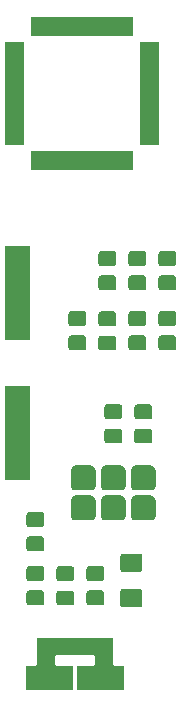
<source format=gbr>
G04 #@! TF.GenerationSoftware,KiCad,Pcbnew,5.0.2-bee76a0~70~ubuntu18.04.1*
G04 #@! TF.CreationDate,2019-10-25T22:44:05+08:00*
G04 #@! TF.ProjectId,TuneShroom,54756e65-5368-4726-9f6f-6d2e6b696361,rev?*
G04 #@! TF.SameCoordinates,Original*
G04 #@! TF.FileFunction,Soldermask,Bot*
G04 #@! TF.FilePolarity,Negative*
%FSLAX46Y46*%
G04 Gerber Fmt 4.6, Leading zero omitted, Abs format (unit mm)*
G04 Created by KiCad (PCBNEW 5.0.2-bee76a0~70~ubuntu18.04.1) date Fri 25 Oct 2019 22:44:05 HKT*
%MOMM*%
%LPD*%
G01*
G04 APERTURE LIST*
%ADD10C,0.100000*%
G04 APERTURE END LIST*
D10*
G36*
X107198500Y-137714000D02*
X107200902Y-137738386D01*
X107208015Y-137761835D01*
X107219566Y-137783446D01*
X107235112Y-137802388D01*
X107254054Y-137817934D01*
X107275665Y-137829485D01*
X107299114Y-137836598D01*
X107323500Y-137839000D01*
X108096000Y-137839000D01*
X108096000Y-139841000D01*
X104149000Y-139841000D01*
X104149000Y-137839000D01*
X105496500Y-137839000D01*
X105520886Y-137836598D01*
X105544335Y-137829485D01*
X105565946Y-137817934D01*
X105584888Y-137802388D01*
X105600434Y-137783446D01*
X105611985Y-137761835D01*
X105619098Y-137738386D01*
X105621500Y-137714000D01*
X105621500Y-137046000D01*
X105619098Y-137021614D01*
X105611985Y-136998165D01*
X105600434Y-136976554D01*
X105584888Y-136957612D01*
X105565946Y-136942066D01*
X105544335Y-136930515D01*
X105520886Y-136923402D01*
X105496500Y-136921000D01*
X102398500Y-136921000D01*
X102374114Y-136923402D01*
X102350665Y-136930515D01*
X102329054Y-136942066D01*
X102310112Y-136957612D01*
X102294566Y-136976554D01*
X102283015Y-136998165D01*
X102275902Y-137021614D01*
X102273500Y-137046000D01*
X102273500Y-137714000D01*
X102275902Y-137738386D01*
X102283015Y-137761835D01*
X102294566Y-137783446D01*
X102310112Y-137802388D01*
X102329054Y-137817934D01*
X102350665Y-137829485D01*
X102374114Y-137836598D01*
X102398500Y-137839000D01*
X103746000Y-137839000D01*
X103746000Y-139841000D01*
X99799000Y-139841000D01*
X99799000Y-137839000D01*
X100571500Y-137839000D01*
X100595886Y-137836598D01*
X100619335Y-137829485D01*
X100640946Y-137817934D01*
X100659888Y-137802388D01*
X100675434Y-137783446D01*
X100686985Y-137761835D01*
X100694098Y-137738386D01*
X100696500Y-137714000D01*
X100696500Y-135439000D01*
X107198500Y-135439000D01*
X107198500Y-137714000D01*
X107198500Y-137714000D01*
G37*
G36*
X109487562Y-131320681D02*
X109522477Y-131331273D01*
X109554665Y-131348478D01*
X109582873Y-131371627D01*
X109606022Y-131399835D01*
X109623227Y-131432023D01*
X109633819Y-131466938D01*
X109638000Y-131509395D01*
X109638000Y-132650605D01*
X109633819Y-132693062D01*
X109623227Y-132727977D01*
X109606022Y-132760165D01*
X109582873Y-132788373D01*
X109554665Y-132811522D01*
X109522477Y-132828727D01*
X109487562Y-132839319D01*
X109445105Y-132843500D01*
X107978895Y-132843500D01*
X107936438Y-132839319D01*
X107901523Y-132828727D01*
X107869335Y-132811522D01*
X107841127Y-132788373D01*
X107817978Y-132760165D01*
X107800773Y-132727977D01*
X107790181Y-132693062D01*
X107786000Y-132650605D01*
X107786000Y-131509395D01*
X107790181Y-131466938D01*
X107800773Y-131432023D01*
X107817978Y-131399835D01*
X107841127Y-131371627D01*
X107869335Y-131348478D01*
X107901523Y-131331273D01*
X107936438Y-131320681D01*
X107978895Y-131316500D01*
X109445105Y-131316500D01*
X109487562Y-131320681D01*
X109487562Y-131320681D01*
G37*
G36*
X103712677Y-131467465D02*
X103750364Y-131478898D01*
X103785103Y-131497466D01*
X103815548Y-131522452D01*
X103840534Y-131552897D01*
X103859102Y-131587636D01*
X103870535Y-131625323D01*
X103875000Y-131670661D01*
X103875000Y-132507339D01*
X103870535Y-132552677D01*
X103859102Y-132590364D01*
X103840534Y-132625103D01*
X103815548Y-132655548D01*
X103785103Y-132680534D01*
X103750364Y-132699102D01*
X103712677Y-132710535D01*
X103667339Y-132715000D01*
X102580661Y-132715000D01*
X102535323Y-132710535D01*
X102497636Y-132699102D01*
X102462897Y-132680534D01*
X102432452Y-132655548D01*
X102407466Y-132625103D01*
X102388898Y-132590364D01*
X102377465Y-132552677D01*
X102373000Y-132507339D01*
X102373000Y-131670661D01*
X102377465Y-131625323D01*
X102388898Y-131587636D01*
X102407466Y-131552897D01*
X102432452Y-131522452D01*
X102462897Y-131497466D01*
X102497636Y-131478898D01*
X102535323Y-131467465D01*
X102580661Y-131463000D01*
X103667339Y-131463000D01*
X103712677Y-131467465D01*
X103712677Y-131467465D01*
G37*
G36*
X106252677Y-131458465D02*
X106290364Y-131469898D01*
X106325103Y-131488466D01*
X106355548Y-131513452D01*
X106380534Y-131543897D01*
X106399102Y-131578636D01*
X106410535Y-131616323D01*
X106415000Y-131661661D01*
X106415000Y-132498339D01*
X106410535Y-132543677D01*
X106399102Y-132581364D01*
X106380534Y-132616103D01*
X106355548Y-132646548D01*
X106325103Y-132671534D01*
X106290364Y-132690102D01*
X106252677Y-132701535D01*
X106207339Y-132706000D01*
X105120661Y-132706000D01*
X105075323Y-132701535D01*
X105037636Y-132690102D01*
X105002897Y-132671534D01*
X104972452Y-132646548D01*
X104947466Y-132616103D01*
X104928898Y-132581364D01*
X104917465Y-132543677D01*
X104913000Y-132498339D01*
X104913000Y-131661661D01*
X104917465Y-131616323D01*
X104928898Y-131578636D01*
X104947466Y-131543897D01*
X104972452Y-131513452D01*
X105002897Y-131488466D01*
X105037636Y-131469898D01*
X105075323Y-131458465D01*
X105120661Y-131454000D01*
X106207339Y-131454000D01*
X106252677Y-131458465D01*
X106252677Y-131458465D01*
G37*
G36*
X101172677Y-131458465D02*
X101210364Y-131469898D01*
X101245103Y-131488466D01*
X101275548Y-131513452D01*
X101300534Y-131543897D01*
X101319102Y-131578636D01*
X101330535Y-131616323D01*
X101335000Y-131661661D01*
X101335000Y-132498339D01*
X101330535Y-132543677D01*
X101319102Y-132581364D01*
X101300534Y-132616103D01*
X101275548Y-132646548D01*
X101245103Y-132671534D01*
X101210364Y-132690102D01*
X101172677Y-132701535D01*
X101127339Y-132706000D01*
X100040661Y-132706000D01*
X99995323Y-132701535D01*
X99957636Y-132690102D01*
X99922897Y-132671534D01*
X99892452Y-132646548D01*
X99867466Y-132616103D01*
X99848898Y-132581364D01*
X99837465Y-132543677D01*
X99833000Y-132498339D01*
X99833000Y-131661661D01*
X99837465Y-131616323D01*
X99848898Y-131578636D01*
X99867466Y-131543897D01*
X99892452Y-131513452D01*
X99922897Y-131488466D01*
X99957636Y-131469898D01*
X99995323Y-131458465D01*
X100040661Y-131454000D01*
X101127339Y-131454000D01*
X101172677Y-131458465D01*
X101172677Y-131458465D01*
G37*
G36*
X103712677Y-129417465D02*
X103750364Y-129428898D01*
X103785103Y-129447466D01*
X103815548Y-129472452D01*
X103840534Y-129502897D01*
X103859102Y-129537636D01*
X103870535Y-129575323D01*
X103875000Y-129620661D01*
X103875000Y-130457339D01*
X103870535Y-130502677D01*
X103859102Y-130540364D01*
X103840534Y-130575103D01*
X103815548Y-130605548D01*
X103785103Y-130630534D01*
X103750364Y-130649102D01*
X103712677Y-130660535D01*
X103667339Y-130665000D01*
X102580661Y-130665000D01*
X102535323Y-130660535D01*
X102497636Y-130649102D01*
X102462897Y-130630534D01*
X102432452Y-130605548D01*
X102407466Y-130575103D01*
X102388898Y-130540364D01*
X102377465Y-130502677D01*
X102373000Y-130457339D01*
X102373000Y-129620661D01*
X102377465Y-129575323D01*
X102388898Y-129537636D01*
X102407466Y-129502897D01*
X102432452Y-129472452D01*
X102462897Y-129447466D01*
X102497636Y-129428898D01*
X102535323Y-129417465D01*
X102580661Y-129413000D01*
X103667339Y-129413000D01*
X103712677Y-129417465D01*
X103712677Y-129417465D01*
G37*
G36*
X106252677Y-129408465D02*
X106290364Y-129419898D01*
X106325103Y-129438466D01*
X106355548Y-129463452D01*
X106380534Y-129493897D01*
X106399102Y-129528636D01*
X106410535Y-129566323D01*
X106415000Y-129611661D01*
X106415000Y-130448339D01*
X106410535Y-130493677D01*
X106399102Y-130531364D01*
X106380534Y-130566103D01*
X106355548Y-130596548D01*
X106325103Y-130621534D01*
X106290364Y-130640102D01*
X106252677Y-130651535D01*
X106207339Y-130656000D01*
X105120661Y-130656000D01*
X105075323Y-130651535D01*
X105037636Y-130640102D01*
X105002897Y-130621534D01*
X104972452Y-130596548D01*
X104947466Y-130566103D01*
X104928898Y-130531364D01*
X104917465Y-130493677D01*
X104913000Y-130448339D01*
X104913000Y-129611661D01*
X104917465Y-129566323D01*
X104928898Y-129528636D01*
X104947466Y-129493897D01*
X104972452Y-129463452D01*
X105002897Y-129438466D01*
X105037636Y-129419898D01*
X105075323Y-129408465D01*
X105120661Y-129404000D01*
X106207339Y-129404000D01*
X106252677Y-129408465D01*
X106252677Y-129408465D01*
G37*
G36*
X101172677Y-129408465D02*
X101210364Y-129419898D01*
X101245103Y-129438466D01*
X101275548Y-129463452D01*
X101300534Y-129493897D01*
X101319102Y-129528636D01*
X101330535Y-129566323D01*
X101335000Y-129611661D01*
X101335000Y-130448339D01*
X101330535Y-130493677D01*
X101319102Y-130531364D01*
X101300534Y-130566103D01*
X101275548Y-130596548D01*
X101245103Y-130621534D01*
X101210364Y-130640102D01*
X101172677Y-130651535D01*
X101127339Y-130656000D01*
X100040661Y-130656000D01*
X99995323Y-130651535D01*
X99957636Y-130640102D01*
X99922897Y-130621534D01*
X99892452Y-130596548D01*
X99867466Y-130566103D01*
X99848898Y-130531364D01*
X99837465Y-130493677D01*
X99833000Y-130448339D01*
X99833000Y-129611661D01*
X99837465Y-129566323D01*
X99848898Y-129528636D01*
X99867466Y-129493897D01*
X99892452Y-129463452D01*
X99922897Y-129438466D01*
X99957636Y-129419898D01*
X99995323Y-129408465D01*
X100040661Y-129404000D01*
X101127339Y-129404000D01*
X101172677Y-129408465D01*
X101172677Y-129408465D01*
G37*
G36*
X109487562Y-128345681D02*
X109522477Y-128356273D01*
X109554665Y-128373478D01*
X109582873Y-128396627D01*
X109606022Y-128424835D01*
X109623227Y-128457023D01*
X109633819Y-128491938D01*
X109638000Y-128534395D01*
X109638000Y-129675605D01*
X109633819Y-129718062D01*
X109623227Y-129752977D01*
X109606022Y-129785165D01*
X109582873Y-129813373D01*
X109554665Y-129836522D01*
X109522477Y-129853727D01*
X109487562Y-129864319D01*
X109445105Y-129868500D01*
X107978895Y-129868500D01*
X107936438Y-129864319D01*
X107901523Y-129853727D01*
X107869335Y-129836522D01*
X107841127Y-129813373D01*
X107817978Y-129785165D01*
X107800773Y-129752977D01*
X107790181Y-129718062D01*
X107786000Y-129675605D01*
X107786000Y-128534395D01*
X107790181Y-128491938D01*
X107800773Y-128457023D01*
X107817978Y-128424835D01*
X107841127Y-128396627D01*
X107869335Y-128373478D01*
X107901523Y-128356273D01*
X107936438Y-128345681D01*
X107978895Y-128341500D01*
X109445105Y-128341500D01*
X109487562Y-128345681D01*
X109487562Y-128345681D01*
G37*
G36*
X101172677Y-126886465D02*
X101210364Y-126897898D01*
X101245103Y-126916466D01*
X101275548Y-126941452D01*
X101300534Y-126971897D01*
X101319102Y-127006636D01*
X101330535Y-127044323D01*
X101335000Y-127089661D01*
X101335000Y-127926339D01*
X101330535Y-127971677D01*
X101319102Y-128009364D01*
X101300534Y-128044103D01*
X101275548Y-128074548D01*
X101245103Y-128099534D01*
X101210364Y-128118102D01*
X101172677Y-128129535D01*
X101127339Y-128134000D01*
X100040661Y-128134000D01*
X99995323Y-128129535D01*
X99957636Y-128118102D01*
X99922897Y-128099534D01*
X99892452Y-128074548D01*
X99867466Y-128044103D01*
X99848898Y-128009364D01*
X99837465Y-127971677D01*
X99833000Y-127926339D01*
X99833000Y-127089661D01*
X99837465Y-127044323D01*
X99848898Y-127006636D01*
X99867466Y-126971897D01*
X99892452Y-126941452D01*
X99922897Y-126916466D01*
X99957636Y-126897898D01*
X99995323Y-126886465D01*
X100040661Y-126882000D01*
X101127339Y-126882000D01*
X101172677Y-126886465D01*
X101172677Y-126886465D01*
G37*
G36*
X101172677Y-124836465D02*
X101210364Y-124847898D01*
X101245103Y-124866466D01*
X101275548Y-124891452D01*
X101300534Y-124921897D01*
X101319102Y-124956636D01*
X101330535Y-124994323D01*
X101335000Y-125039661D01*
X101335000Y-125876339D01*
X101330535Y-125921677D01*
X101319102Y-125959364D01*
X101300534Y-125994103D01*
X101275548Y-126024548D01*
X101245103Y-126049534D01*
X101210364Y-126068102D01*
X101172677Y-126079535D01*
X101127339Y-126084000D01*
X100040661Y-126084000D01*
X99995323Y-126079535D01*
X99957636Y-126068102D01*
X99922897Y-126049534D01*
X99892452Y-126024548D01*
X99867466Y-125994103D01*
X99848898Y-125959364D01*
X99837465Y-125921677D01*
X99833000Y-125876339D01*
X99833000Y-125039661D01*
X99837465Y-124994323D01*
X99848898Y-124956636D01*
X99867466Y-124921897D01*
X99892452Y-124891452D01*
X99922897Y-124866466D01*
X99957636Y-124847898D01*
X99995323Y-124836465D01*
X100040661Y-124832000D01*
X101127339Y-124832000D01*
X101172677Y-124836465D01*
X101172677Y-124836465D01*
G37*
G36*
X105335771Y-123402643D02*
X105424012Y-123429411D01*
X105505334Y-123472878D01*
X105576620Y-123531380D01*
X105635122Y-123602666D01*
X105678589Y-123683988D01*
X105705357Y-123772229D01*
X105715000Y-123870140D01*
X105715000Y-125049860D01*
X105705357Y-125147771D01*
X105678589Y-125236012D01*
X105635122Y-125317334D01*
X105576620Y-125388620D01*
X105505334Y-125447122D01*
X105424012Y-125490589D01*
X105335771Y-125517357D01*
X105237860Y-125527000D01*
X104058140Y-125527000D01*
X103960229Y-125517357D01*
X103871988Y-125490589D01*
X103790666Y-125447122D01*
X103719380Y-125388620D01*
X103660878Y-125317334D01*
X103617411Y-125236012D01*
X103590643Y-125147771D01*
X103581000Y-125049860D01*
X103581000Y-123870140D01*
X103590643Y-123772229D01*
X103617411Y-123683988D01*
X103660878Y-123602666D01*
X103719380Y-123531380D01*
X103790666Y-123472878D01*
X103871988Y-123429411D01*
X103960229Y-123402643D01*
X104058140Y-123393000D01*
X105237860Y-123393000D01*
X105335771Y-123402643D01*
X105335771Y-123402643D01*
G37*
G36*
X110415771Y-123402643D02*
X110504012Y-123429411D01*
X110585334Y-123472878D01*
X110656620Y-123531380D01*
X110715122Y-123602666D01*
X110758589Y-123683988D01*
X110785357Y-123772229D01*
X110795000Y-123870140D01*
X110795000Y-125049860D01*
X110785357Y-125147771D01*
X110758589Y-125236012D01*
X110715122Y-125317334D01*
X110656620Y-125388620D01*
X110585334Y-125447122D01*
X110504012Y-125490589D01*
X110415771Y-125517357D01*
X110317860Y-125527000D01*
X109138140Y-125527000D01*
X109040229Y-125517357D01*
X108951988Y-125490589D01*
X108870666Y-125447122D01*
X108799380Y-125388620D01*
X108740878Y-125317334D01*
X108697411Y-125236012D01*
X108670643Y-125147771D01*
X108661000Y-125049860D01*
X108661000Y-123870140D01*
X108670643Y-123772229D01*
X108697411Y-123683988D01*
X108740878Y-123602666D01*
X108799380Y-123531380D01*
X108870666Y-123472878D01*
X108951988Y-123429411D01*
X109040229Y-123402643D01*
X109138140Y-123393000D01*
X110317860Y-123393000D01*
X110415771Y-123402643D01*
X110415771Y-123402643D01*
G37*
G36*
X107875771Y-123402643D02*
X107964012Y-123429411D01*
X108045334Y-123472878D01*
X108116620Y-123531380D01*
X108175122Y-123602666D01*
X108218589Y-123683988D01*
X108245357Y-123772229D01*
X108255000Y-123870140D01*
X108255000Y-125049860D01*
X108245357Y-125147771D01*
X108218589Y-125236012D01*
X108175122Y-125317334D01*
X108116620Y-125388620D01*
X108045334Y-125447122D01*
X107964012Y-125490589D01*
X107875771Y-125517357D01*
X107777860Y-125527000D01*
X106598140Y-125527000D01*
X106500229Y-125517357D01*
X106411988Y-125490589D01*
X106330666Y-125447122D01*
X106259380Y-125388620D01*
X106200878Y-125317334D01*
X106157411Y-125236012D01*
X106130643Y-125147771D01*
X106121000Y-125049860D01*
X106121000Y-123870140D01*
X106130643Y-123772229D01*
X106157411Y-123683988D01*
X106200878Y-123602666D01*
X106259380Y-123531380D01*
X106330666Y-123472878D01*
X106411988Y-123429411D01*
X106500229Y-123402643D01*
X106598140Y-123393000D01*
X107777860Y-123393000D01*
X107875771Y-123402643D01*
X107875771Y-123402643D01*
G37*
G36*
X110415771Y-120862643D02*
X110504012Y-120889411D01*
X110585334Y-120932878D01*
X110656620Y-120991380D01*
X110715122Y-121062666D01*
X110758589Y-121143988D01*
X110785357Y-121232229D01*
X110795000Y-121330140D01*
X110795000Y-122509860D01*
X110785357Y-122607771D01*
X110758589Y-122696012D01*
X110715122Y-122777334D01*
X110656620Y-122848620D01*
X110585334Y-122907122D01*
X110504012Y-122950589D01*
X110415771Y-122977357D01*
X110317860Y-122987000D01*
X109138140Y-122987000D01*
X109040229Y-122977357D01*
X108951988Y-122950589D01*
X108870666Y-122907122D01*
X108799380Y-122848620D01*
X108740878Y-122777334D01*
X108697411Y-122696012D01*
X108670643Y-122607771D01*
X108661000Y-122509860D01*
X108661000Y-121330140D01*
X108670643Y-121232229D01*
X108697411Y-121143988D01*
X108740878Y-121062666D01*
X108799380Y-120991380D01*
X108870666Y-120932878D01*
X108951988Y-120889411D01*
X109040229Y-120862643D01*
X109138140Y-120853000D01*
X110317860Y-120853000D01*
X110415771Y-120862643D01*
X110415771Y-120862643D01*
G37*
G36*
X107875771Y-120862643D02*
X107964012Y-120889411D01*
X108045334Y-120932878D01*
X108116620Y-120991380D01*
X108175122Y-121062666D01*
X108218589Y-121143988D01*
X108245357Y-121232229D01*
X108255000Y-121330140D01*
X108255000Y-122509860D01*
X108245357Y-122607771D01*
X108218589Y-122696012D01*
X108175122Y-122777334D01*
X108116620Y-122848620D01*
X108045334Y-122907122D01*
X107964012Y-122950589D01*
X107875771Y-122977357D01*
X107777860Y-122987000D01*
X106598140Y-122987000D01*
X106500229Y-122977357D01*
X106411988Y-122950589D01*
X106330666Y-122907122D01*
X106259380Y-122848620D01*
X106200878Y-122777334D01*
X106157411Y-122696012D01*
X106130643Y-122607771D01*
X106121000Y-122509860D01*
X106121000Y-121330140D01*
X106130643Y-121232229D01*
X106157411Y-121143988D01*
X106200878Y-121062666D01*
X106259380Y-120991380D01*
X106330666Y-120932878D01*
X106411988Y-120889411D01*
X106500229Y-120862643D01*
X106598140Y-120853000D01*
X107777860Y-120853000D01*
X107875771Y-120862643D01*
X107875771Y-120862643D01*
G37*
G36*
X105335771Y-120862643D02*
X105424012Y-120889411D01*
X105505334Y-120932878D01*
X105576620Y-120991380D01*
X105635122Y-121062666D01*
X105678589Y-121143988D01*
X105705357Y-121232229D01*
X105715000Y-121330140D01*
X105715000Y-122509860D01*
X105705357Y-122607771D01*
X105678589Y-122696012D01*
X105635122Y-122777334D01*
X105576620Y-122848620D01*
X105505334Y-122907122D01*
X105424012Y-122950589D01*
X105335771Y-122977357D01*
X105237860Y-122987000D01*
X104058140Y-122987000D01*
X103960229Y-122977357D01*
X103871988Y-122950589D01*
X103790666Y-122907122D01*
X103719380Y-122848620D01*
X103660878Y-122777334D01*
X103617411Y-122696012D01*
X103590643Y-122607771D01*
X103581000Y-122509860D01*
X103581000Y-121330140D01*
X103590643Y-121232229D01*
X103617411Y-121143988D01*
X103660878Y-121062666D01*
X103719380Y-120991380D01*
X103790666Y-120932878D01*
X103871988Y-120889411D01*
X103960229Y-120862643D01*
X104058140Y-120853000D01*
X105237860Y-120853000D01*
X105335771Y-120862643D01*
X105335771Y-120862643D01*
G37*
G36*
X100111000Y-122098500D02*
X98009000Y-122098500D01*
X98009000Y-114121500D01*
X100111000Y-114121500D01*
X100111000Y-122098500D01*
X100111000Y-122098500D01*
G37*
G36*
X110316677Y-117760465D02*
X110354364Y-117771898D01*
X110389103Y-117790466D01*
X110419548Y-117815452D01*
X110444534Y-117845897D01*
X110463102Y-117880636D01*
X110474535Y-117918323D01*
X110479000Y-117963661D01*
X110479000Y-118800339D01*
X110474535Y-118845677D01*
X110463102Y-118883364D01*
X110444534Y-118918103D01*
X110419548Y-118948548D01*
X110389103Y-118973534D01*
X110354364Y-118992102D01*
X110316677Y-119003535D01*
X110271339Y-119008000D01*
X109184661Y-119008000D01*
X109139323Y-119003535D01*
X109101636Y-118992102D01*
X109066897Y-118973534D01*
X109036452Y-118948548D01*
X109011466Y-118918103D01*
X108992898Y-118883364D01*
X108981465Y-118845677D01*
X108977000Y-118800339D01*
X108977000Y-117963661D01*
X108981465Y-117918323D01*
X108992898Y-117880636D01*
X109011466Y-117845897D01*
X109036452Y-117815452D01*
X109066897Y-117790466D01*
X109101636Y-117771898D01*
X109139323Y-117760465D01*
X109184661Y-117756000D01*
X110271339Y-117756000D01*
X110316677Y-117760465D01*
X110316677Y-117760465D01*
G37*
G36*
X107776677Y-117751465D02*
X107814364Y-117762898D01*
X107849103Y-117781466D01*
X107879548Y-117806452D01*
X107904534Y-117836897D01*
X107923102Y-117871636D01*
X107934535Y-117909323D01*
X107939000Y-117954661D01*
X107939000Y-118791339D01*
X107934535Y-118836677D01*
X107923102Y-118874364D01*
X107904534Y-118909103D01*
X107879548Y-118939548D01*
X107849103Y-118964534D01*
X107814364Y-118983102D01*
X107776677Y-118994535D01*
X107731339Y-118999000D01*
X106644661Y-118999000D01*
X106599323Y-118994535D01*
X106561636Y-118983102D01*
X106526897Y-118964534D01*
X106496452Y-118939548D01*
X106471466Y-118909103D01*
X106452898Y-118874364D01*
X106441465Y-118836677D01*
X106437000Y-118791339D01*
X106437000Y-117954661D01*
X106441465Y-117909323D01*
X106452898Y-117871636D01*
X106471466Y-117836897D01*
X106496452Y-117806452D01*
X106526897Y-117781466D01*
X106561636Y-117762898D01*
X106599323Y-117751465D01*
X106644661Y-117747000D01*
X107731339Y-117747000D01*
X107776677Y-117751465D01*
X107776677Y-117751465D01*
G37*
G36*
X110316677Y-115710465D02*
X110354364Y-115721898D01*
X110389103Y-115740466D01*
X110419548Y-115765452D01*
X110444534Y-115795897D01*
X110463102Y-115830636D01*
X110474535Y-115868323D01*
X110479000Y-115913661D01*
X110479000Y-116750339D01*
X110474535Y-116795677D01*
X110463102Y-116833364D01*
X110444534Y-116868103D01*
X110419548Y-116898548D01*
X110389103Y-116923534D01*
X110354364Y-116942102D01*
X110316677Y-116953535D01*
X110271339Y-116958000D01*
X109184661Y-116958000D01*
X109139323Y-116953535D01*
X109101636Y-116942102D01*
X109066897Y-116923534D01*
X109036452Y-116898548D01*
X109011466Y-116868103D01*
X108992898Y-116833364D01*
X108981465Y-116795677D01*
X108977000Y-116750339D01*
X108977000Y-115913661D01*
X108981465Y-115868323D01*
X108992898Y-115830636D01*
X109011466Y-115795897D01*
X109036452Y-115765452D01*
X109066897Y-115740466D01*
X109101636Y-115721898D01*
X109139323Y-115710465D01*
X109184661Y-115706000D01*
X110271339Y-115706000D01*
X110316677Y-115710465D01*
X110316677Y-115710465D01*
G37*
G36*
X107776677Y-115701465D02*
X107814364Y-115712898D01*
X107849103Y-115731466D01*
X107879548Y-115756452D01*
X107904534Y-115786897D01*
X107923102Y-115821636D01*
X107934535Y-115859323D01*
X107939000Y-115904661D01*
X107939000Y-116741339D01*
X107934535Y-116786677D01*
X107923102Y-116824364D01*
X107904534Y-116859103D01*
X107879548Y-116889548D01*
X107849103Y-116914534D01*
X107814364Y-116933102D01*
X107776677Y-116944535D01*
X107731339Y-116949000D01*
X106644661Y-116949000D01*
X106599323Y-116944535D01*
X106561636Y-116933102D01*
X106526897Y-116914534D01*
X106496452Y-116889548D01*
X106471466Y-116859103D01*
X106452898Y-116824364D01*
X106441465Y-116786677D01*
X106437000Y-116741339D01*
X106437000Y-115904661D01*
X106441465Y-115859323D01*
X106452898Y-115821636D01*
X106471466Y-115786897D01*
X106496452Y-115756452D01*
X106526897Y-115731466D01*
X106561636Y-115712898D01*
X106599323Y-115701465D01*
X106644661Y-115697000D01*
X107731339Y-115697000D01*
X107776677Y-115701465D01*
X107776677Y-115701465D01*
G37*
G36*
X107268677Y-109886465D02*
X107306364Y-109897898D01*
X107341103Y-109916466D01*
X107371548Y-109941452D01*
X107396534Y-109971897D01*
X107415102Y-110006636D01*
X107426535Y-110044323D01*
X107431000Y-110089661D01*
X107431000Y-110926339D01*
X107426535Y-110971677D01*
X107415102Y-111009364D01*
X107396534Y-111044103D01*
X107371548Y-111074548D01*
X107341103Y-111099534D01*
X107306364Y-111118102D01*
X107268677Y-111129535D01*
X107223339Y-111134000D01*
X106136661Y-111134000D01*
X106091323Y-111129535D01*
X106053636Y-111118102D01*
X106018897Y-111099534D01*
X105988452Y-111074548D01*
X105963466Y-111044103D01*
X105944898Y-111009364D01*
X105933465Y-110971677D01*
X105929000Y-110926339D01*
X105929000Y-110089661D01*
X105933465Y-110044323D01*
X105944898Y-110006636D01*
X105963466Y-109971897D01*
X105988452Y-109941452D01*
X106018897Y-109916466D01*
X106053636Y-109897898D01*
X106091323Y-109886465D01*
X106136661Y-109882000D01*
X107223339Y-109882000D01*
X107268677Y-109886465D01*
X107268677Y-109886465D01*
G37*
G36*
X109808677Y-109868465D02*
X109846364Y-109879898D01*
X109881103Y-109898466D01*
X109911548Y-109923452D01*
X109936534Y-109953897D01*
X109955102Y-109988636D01*
X109966535Y-110026323D01*
X109971000Y-110071661D01*
X109971000Y-110908339D01*
X109966535Y-110953677D01*
X109955102Y-110991364D01*
X109936534Y-111026103D01*
X109911548Y-111056548D01*
X109881103Y-111081534D01*
X109846364Y-111100102D01*
X109808677Y-111111535D01*
X109763339Y-111116000D01*
X108676661Y-111116000D01*
X108631323Y-111111535D01*
X108593636Y-111100102D01*
X108558897Y-111081534D01*
X108528452Y-111056548D01*
X108503466Y-111026103D01*
X108484898Y-110991364D01*
X108473465Y-110953677D01*
X108469000Y-110908339D01*
X108469000Y-110071661D01*
X108473465Y-110026323D01*
X108484898Y-109988636D01*
X108503466Y-109953897D01*
X108528452Y-109923452D01*
X108558897Y-109898466D01*
X108593636Y-109879898D01*
X108631323Y-109868465D01*
X108676661Y-109864000D01*
X109763339Y-109864000D01*
X109808677Y-109868465D01*
X109808677Y-109868465D01*
G37*
G36*
X112348677Y-109868465D02*
X112386364Y-109879898D01*
X112421103Y-109898466D01*
X112451548Y-109923452D01*
X112476534Y-109953897D01*
X112495102Y-109988636D01*
X112506535Y-110026323D01*
X112511000Y-110071661D01*
X112511000Y-110908339D01*
X112506535Y-110953677D01*
X112495102Y-110991364D01*
X112476534Y-111026103D01*
X112451548Y-111056548D01*
X112421103Y-111081534D01*
X112386364Y-111100102D01*
X112348677Y-111111535D01*
X112303339Y-111116000D01*
X111216661Y-111116000D01*
X111171323Y-111111535D01*
X111133636Y-111100102D01*
X111098897Y-111081534D01*
X111068452Y-111056548D01*
X111043466Y-111026103D01*
X111024898Y-110991364D01*
X111013465Y-110953677D01*
X111009000Y-110908339D01*
X111009000Y-110071661D01*
X111013465Y-110026323D01*
X111024898Y-109988636D01*
X111043466Y-109953897D01*
X111068452Y-109923452D01*
X111098897Y-109898466D01*
X111133636Y-109879898D01*
X111171323Y-109868465D01*
X111216661Y-109864000D01*
X112303339Y-109864000D01*
X112348677Y-109868465D01*
X112348677Y-109868465D01*
G37*
G36*
X104728677Y-109868465D02*
X104766364Y-109879898D01*
X104801103Y-109898466D01*
X104831548Y-109923452D01*
X104856534Y-109953897D01*
X104875102Y-109988636D01*
X104886535Y-110026323D01*
X104891000Y-110071661D01*
X104891000Y-110908339D01*
X104886535Y-110953677D01*
X104875102Y-110991364D01*
X104856534Y-111026103D01*
X104831548Y-111056548D01*
X104801103Y-111081534D01*
X104766364Y-111100102D01*
X104728677Y-111111535D01*
X104683339Y-111116000D01*
X103596661Y-111116000D01*
X103551323Y-111111535D01*
X103513636Y-111100102D01*
X103478897Y-111081534D01*
X103448452Y-111056548D01*
X103423466Y-111026103D01*
X103404898Y-110991364D01*
X103393465Y-110953677D01*
X103389000Y-110908339D01*
X103389000Y-110071661D01*
X103393465Y-110026323D01*
X103404898Y-109988636D01*
X103423466Y-109953897D01*
X103448452Y-109923452D01*
X103478897Y-109898466D01*
X103513636Y-109879898D01*
X103551323Y-109868465D01*
X103596661Y-109864000D01*
X104683339Y-109864000D01*
X104728677Y-109868465D01*
X104728677Y-109868465D01*
G37*
G36*
X100111000Y-110223500D02*
X98009000Y-110223500D01*
X98009000Y-102246500D01*
X100111000Y-102246500D01*
X100111000Y-110223500D01*
X100111000Y-110223500D01*
G37*
G36*
X107268677Y-107836465D02*
X107306364Y-107847898D01*
X107341103Y-107866466D01*
X107371548Y-107891452D01*
X107396534Y-107921897D01*
X107415102Y-107956636D01*
X107426535Y-107994323D01*
X107431000Y-108039661D01*
X107431000Y-108876339D01*
X107426535Y-108921677D01*
X107415102Y-108959364D01*
X107396534Y-108994103D01*
X107371548Y-109024548D01*
X107341103Y-109049534D01*
X107306364Y-109068102D01*
X107268677Y-109079535D01*
X107223339Y-109084000D01*
X106136661Y-109084000D01*
X106091323Y-109079535D01*
X106053636Y-109068102D01*
X106018897Y-109049534D01*
X105988452Y-109024548D01*
X105963466Y-108994103D01*
X105944898Y-108959364D01*
X105933465Y-108921677D01*
X105929000Y-108876339D01*
X105929000Y-108039661D01*
X105933465Y-107994323D01*
X105944898Y-107956636D01*
X105963466Y-107921897D01*
X105988452Y-107891452D01*
X106018897Y-107866466D01*
X106053636Y-107847898D01*
X106091323Y-107836465D01*
X106136661Y-107832000D01*
X107223339Y-107832000D01*
X107268677Y-107836465D01*
X107268677Y-107836465D01*
G37*
G36*
X104728677Y-107818465D02*
X104766364Y-107829898D01*
X104801103Y-107848466D01*
X104831548Y-107873452D01*
X104856534Y-107903897D01*
X104875102Y-107938636D01*
X104886535Y-107976323D01*
X104891000Y-108021661D01*
X104891000Y-108858339D01*
X104886535Y-108903677D01*
X104875102Y-108941364D01*
X104856534Y-108976103D01*
X104831548Y-109006548D01*
X104801103Y-109031534D01*
X104766364Y-109050102D01*
X104728677Y-109061535D01*
X104683339Y-109066000D01*
X103596661Y-109066000D01*
X103551323Y-109061535D01*
X103513636Y-109050102D01*
X103478897Y-109031534D01*
X103448452Y-109006548D01*
X103423466Y-108976103D01*
X103404898Y-108941364D01*
X103393465Y-108903677D01*
X103389000Y-108858339D01*
X103389000Y-108021661D01*
X103393465Y-107976323D01*
X103404898Y-107938636D01*
X103423466Y-107903897D01*
X103448452Y-107873452D01*
X103478897Y-107848466D01*
X103513636Y-107829898D01*
X103551323Y-107818465D01*
X103596661Y-107814000D01*
X104683339Y-107814000D01*
X104728677Y-107818465D01*
X104728677Y-107818465D01*
G37*
G36*
X109808677Y-107818465D02*
X109846364Y-107829898D01*
X109881103Y-107848466D01*
X109911548Y-107873452D01*
X109936534Y-107903897D01*
X109955102Y-107938636D01*
X109966535Y-107976323D01*
X109971000Y-108021661D01*
X109971000Y-108858339D01*
X109966535Y-108903677D01*
X109955102Y-108941364D01*
X109936534Y-108976103D01*
X109911548Y-109006548D01*
X109881103Y-109031534D01*
X109846364Y-109050102D01*
X109808677Y-109061535D01*
X109763339Y-109066000D01*
X108676661Y-109066000D01*
X108631323Y-109061535D01*
X108593636Y-109050102D01*
X108558897Y-109031534D01*
X108528452Y-109006548D01*
X108503466Y-108976103D01*
X108484898Y-108941364D01*
X108473465Y-108903677D01*
X108469000Y-108858339D01*
X108469000Y-108021661D01*
X108473465Y-107976323D01*
X108484898Y-107938636D01*
X108503466Y-107903897D01*
X108528452Y-107873452D01*
X108558897Y-107848466D01*
X108593636Y-107829898D01*
X108631323Y-107818465D01*
X108676661Y-107814000D01*
X109763339Y-107814000D01*
X109808677Y-107818465D01*
X109808677Y-107818465D01*
G37*
G36*
X112348677Y-107818465D02*
X112386364Y-107829898D01*
X112421103Y-107848466D01*
X112451548Y-107873452D01*
X112476534Y-107903897D01*
X112495102Y-107938636D01*
X112506535Y-107976323D01*
X112511000Y-108021661D01*
X112511000Y-108858339D01*
X112506535Y-108903677D01*
X112495102Y-108941364D01*
X112476534Y-108976103D01*
X112451548Y-109006548D01*
X112421103Y-109031534D01*
X112386364Y-109050102D01*
X112348677Y-109061535D01*
X112303339Y-109066000D01*
X111216661Y-109066000D01*
X111171323Y-109061535D01*
X111133636Y-109050102D01*
X111098897Y-109031534D01*
X111068452Y-109006548D01*
X111043466Y-108976103D01*
X111024898Y-108941364D01*
X111013465Y-108903677D01*
X111009000Y-108858339D01*
X111009000Y-108021661D01*
X111013465Y-107976323D01*
X111024898Y-107938636D01*
X111043466Y-107903897D01*
X111068452Y-107873452D01*
X111098897Y-107848466D01*
X111133636Y-107829898D01*
X111171323Y-107818465D01*
X111216661Y-107814000D01*
X112303339Y-107814000D01*
X112348677Y-107818465D01*
X112348677Y-107818465D01*
G37*
G36*
X109808677Y-104788465D02*
X109846364Y-104799898D01*
X109881103Y-104818466D01*
X109911548Y-104843452D01*
X109936534Y-104873897D01*
X109955102Y-104908636D01*
X109966535Y-104946323D01*
X109971000Y-104991661D01*
X109971000Y-105828339D01*
X109966535Y-105873677D01*
X109955102Y-105911364D01*
X109936534Y-105946103D01*
X109911548Y-105976548D01*
X109881103Y-106001534D01*
X109846364Y-106020102D01*
X109808677Y-106031535D01*
X109763339Y-106036000D01*
X108676661Y-106036000D01*
X108631323Y-106031535D01*
X108593636Y-106020102D01*
X108558897Y-106001534D01*
X108528452Y-105976548D01*
X108503466Y-105946103D01*
X108484898Y-105911364D01*
X108473465Y-105873677D01*
X108469000Y-105828339D01*
X108469000Y-104991661D01*
X108473465Y-104946323D01*
X108484898Y-104908636D01*
X108503466Y-104873897D01*
X108528452Y-104843452D01*
X108558897Y-104818466D01*
X108593636Y-104799898D01*
X108631323Y-104788465D01*
X108676661Y-104784000D01*
X109763339Y-104784000D01*
X109808677Y-104788465D01*
X109808677Y-104788465D01*
G37*
G36*
X107268677Y-104788465D02*
X107306364Y-104799898D01*
X107341103Y-104818466D01*
X107371548Y-104843452D01*
X107396534Y-104873897D01*
X107415102Y-104908636D01*
X107426535Y-104946323D01*
X107431000Y-104991661D01*
X107431000Y-105828339D01*
X107426535Y-105873677D01*
X107415102Y-105911364D01*
X107396534Y-105946103D01*
X107371548Y-105976548D01*
X107341103Y-106001534D01*
X107306364Y-106020102D01*
X107268677Y-106031535D01*
X107223339Y-106036000D01*
X106136661Y-106036000D01*
X106091323Y-106031535D01*
X106053636Y-106020102D01*
X106018897Y-106001534D01*
X105988452Y-105976548D01*
X105963466Y-105946103D01*
X105944898Y-105911364D01*
X105933465Y-105873677D01*
X105929000Y-105828339D01*
X105929000Y-104991661D01*
X105933465Y-104946323D01*
X105944898Y-104908636D01*
X105963466Y-104873897D01*
X105988452Y-104843452D01*
X106018897Y-104818466D01*
X106053636Y-104799898D01*
X106091323Y-104788465D01*
X106136661Y-104784000D01*
X107223339Y-104784000D01*
X107268677Y-104788465D01*
X107268677Y-104788465D01*
G37*
G36*
X112348677Y-104788465D02*
X112386364Y-104799898D01*
X112421103Y-104818466D01*
X112451548Y-104843452D01*
X112476534Y-104873897D01*
X112495102Y-104908636D01*
X112506535Y-104946323D01*
X112511000Y-104991661D01*
X112511000Y-105828339D01*
X112506535Y-105873677D01*
X112495102Y-105911364D01*
X112476534Y-105946103D01*
X112451548Y-105976548D01*
X112421103Y-106001534D01*
X112386364Y-106020102D01*
X112348677Y-106031535D01*
X112303339Y-106036000D01*
X111216661Y-106036000D01*
X111171323Y-106031535D01*
X111133636Y-106020102D01*
X111098897Y-106001534D01*
X111068452Y-105976548D01*
X111043466Y-105946103D01*
X111024898Y-105911364D01*
X111013465Y-105873677D01*
X111009000Y-105828339D01*
X111009000Y-104991661D01*
X111013465Y-104946323D01*
X111024898Y-104908636D01*
X111043466Y-104873897D01*
X111068452Y-104843452D01*
X111098897Y-104818466D01*
X111133636Y-104799898D01*
X111171323Y-104788465D01*
X111216661Y-104784000D01*
X112303339Y-104784000D01*
X112348677Y-104788465D01*
X112348677Y-104788465D01*
G37*
G36*
X112348677Y-102738465D02*
X112386364Y-102749898D01*
X112421103Y-102768466D01*
X112451548Y-102793452D01*
X112476534Y-102823897D01*
X112495102Y-102858636D01*
X112506535Y-102896323D01*
X112511000Y-102941661D01*
X112511000Y-103778339D01*
X112506535Y-103823677D01*
X112495102Y-103861364D01*
X112476534Y-103896103D01*
X112451548Y-103926548D01*
X112421103Y-103951534D01*
X112386364Y-103970102D01*
X112348677Y-103981535D01*
X112303339Y-103986000D01*
X111216661Y-103986000D01*
X111171323Y-103981535D01*
X111133636Y-103970102D01*
X111098897Y-103951534D01*
X111068452Y-103926548D01*
X111043466Y-103896103D01*
X111024898Y-103861364D01*
X111013465Y-103823677D01*
X111009000Y-103778339D01*
X111009000Y-102941661D01*
X111013465Y-102896323D01*
X111024898Y-102858636D01*
X111043466Y-102823897D01*
X111068452Y-102793452D01*
X111098897Y-102768466D01*
X111133636Y-102749898D01*
X111171323Y-102738465D01*
X111216661Y-102734000D01*
X112303339Y-102734000D01*
X112348677Y-102738465D01*
X112348677Y-102738465D01*
G37*
G36*
X107268677Y-102738465D02*
X107306364Y-102749898D01*
X107341103Y-102768466D01*
X107371548Y-102793452D01*
X107396534Y-102823897D01*
X107415102Y-102858636D01*
X107426535Y-102896323D01*
X107431000Y-102941661D01*
X107431000Y-103778339D01*
X107426535Y-103823677D01*
X107415102Y-103861364D01*
X107396534Y-103896103D01*
X107371548Y-103926548D01*
X107341103Y-103951534D01*
X107306364Y-103970102D01*
X107268677Y-103981535D01*
X107223339Y-103986000D01*
X106136661Y-103986000D01*
X106091323Y-103981535D01*
X106053636Y-103970102D01*
X106018897Y-103951534D01*
X105988452Y-103926548D01*
X105963466Y-103896103D01*
X105944898Y-103861364D01*
X105933465Y-103823677D01*
X105929000Y-103778339D01*
X105929000Y-102941661D01*
X105933465Y-102896323D01*
X105944898Y-102858636D01*
X105963466Y-102823897D01*
X105988452Y-102793452D01*
X106018897Y-102768466D01*
X106053636Y-102749898D01*
X106091323Y-102738465D01*
X106136661Y-102734000D01*
X107223339Y-102734000D01*
X107268677Y-102738465D01*
X107268677Y-102738465D01*
G37*
G36*
X109808677Y-102738465D02*
X109846364Y-102749898D01*
X109881103Y-102768466D01*
X109911548Y-102793452D01*
X109936534Y-102823897D01*
X109955102Y-102858636D01*
X109966535Y-102896323D01*
X109971000Y-102941661D01*
X109971000Y-103778339D01*
X109966535Y-103823677D01*
X109955102Y-103861364D01*
X109936534Y-103896103D01*
X109911548Y-103926548D01*
X109881103Y-103951534D01*
X109846364Y-103970102D01*
X109808677Y-103981535D01*
X109763339Y-103986000D01*
X108676661Y-103986000D01*
X108631323Y-103981535D01*
X108593636Y-103970102D01*
X108558897Y-103951534D01*
X108528452Y-103926548D01*
X108503466Y-103896103D01*
X108484898Y-103861364D01*
X108473465Y-103823677D01*
X108469000Y-103778339D01*
X108469000Y-102941661D01*
X108473465Y-102896323D01*
X108484898Y-102858636D01*
X108503466Y-102823897D01*
X108528452Y-102793452D01*
X108558897Y-102768466D01*
X108593636Y-102749898D01*
X108631323Y-102738465D01*
X108676661Y-102734000D01*
X109763339Y-102734000D01*
X109808677Y-102738465D01*
X109808677Y-102738465D01*
G37*
G36*
X108847000Y-95884000D02*
X100195000Y-95884000D01*
X100195000Y-94282000D01*
X108847000Y-94282000D01*
X108847000Y-95884000D01*
X108847000Y-95884000D01*
G37*
G36*
X99622000Y-93709000D02*
X98020000Y-93709000D01*
X98020000Y-85057000D01*
X99622000Y-85057000D01*
X99622000Y-93709000D01*
X99622000Y-93709000D01*
G37*
G36*
X111022000Y-93709000D02*
X109420000Y-93709000D01*
X109420000Y-85057000D01*
X111022000Y-85057000D01*
X111022000Y-93709000D01*
X111022000Y-93709000D01*
G37*
G36*
X108847000Y-84484000D02*
X100195000Y-84484000D01*
X100195000Y-82882000D01*
X108847000Y-82882000D01*
X108847000Y-84484000D01*
X108847000Y-84484000D01*
G37*
M02*

</source>
